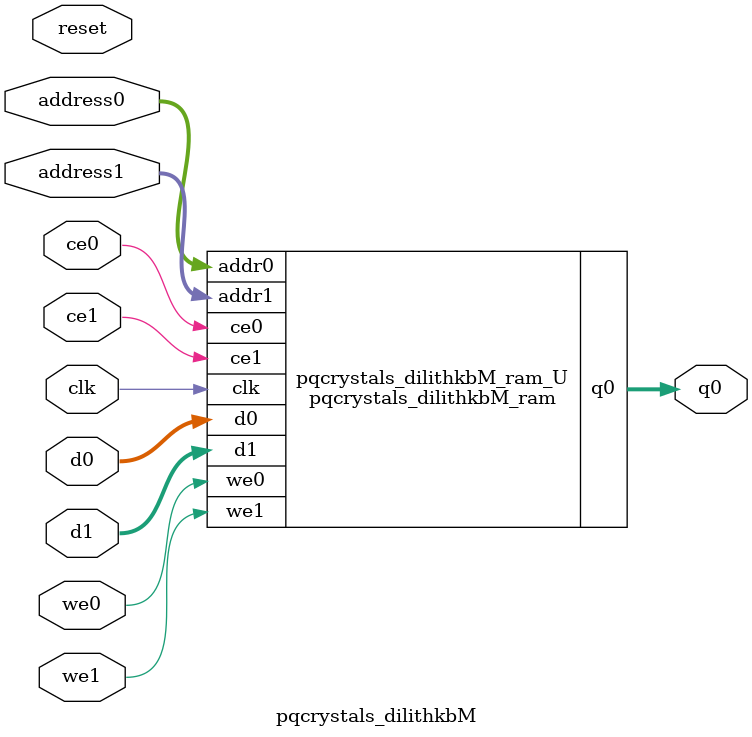
<source format=v>
`timescale 1 ns / 1 ps
module pqcrystals_dilithkbM_ram (addr0, ce0, d0, we0, q0, addr1, ce1, d1, we1,  clk);

parameter DWIDTH = 8;
parameter AWIDTH = 8;
parameter MEM_SIZE = 136;

input[AWIDTH-1:0] addr0;
input ce0;
input[DWIDTH-1:0] d0;
input we0;
output reg[DWIDTH-1:0] q0;
input[AWIDTH-1:0] addr1;
input ce1;
input[DWIDTH-1:0] d1;
input we1;
input clk;

(* ram_style = "block" *)reg [DWIDTH-1:0] ram[0:MEM_SIZE-1];




always @(posedge clk)  
begin 
    if (ce0) begin
        if (we0) 
            ram[addr0] <= d0; 
        q0 <= ram[addr0];
    end
end


always @(posedge clk)  
begin 
    if (ce1) begin
        if (we1) 
            ram[addr1] <= d1; 
    end
end


endmodule

`timescale 1 ns / 1 ps
module pqcrystals_dilithkbM(
    reset,
    clk,
    address0,
    ce0,
    we0,
    d0,
    q0,
    address1,
    ce1,
    we1,
    d1);

parameter DataWidth = 32'd8;
parameter AddressRange = 32'd136;
parameter AddressWidth = 32'd8;
input reset;
input clk;
input[AddressWidth - 1:0] address0;
input ce0;
input we0;
input[DataWidth - 1:0] d0;
output[DataWidth - 1:0] q0;
input[AddressWidth - 1:0] address1;
input ce1;
input we1;
input[DataWidth - 1:0] d1;



pqcrystals_dilithkbM_ram pqcrystals_dilithkbM_ram_U(
    .clk( clk ),
    .addr0( address0 ),
    .ce0( ce0 ),
    .we0( we0 ),
    .d0( d0 ),
    .q0( q0 ),
    .addr1( address1 ),
    .ce1( ce1 ),
    .we1( we1 ),
    .d1( d1 ));

endmodule


</source>
